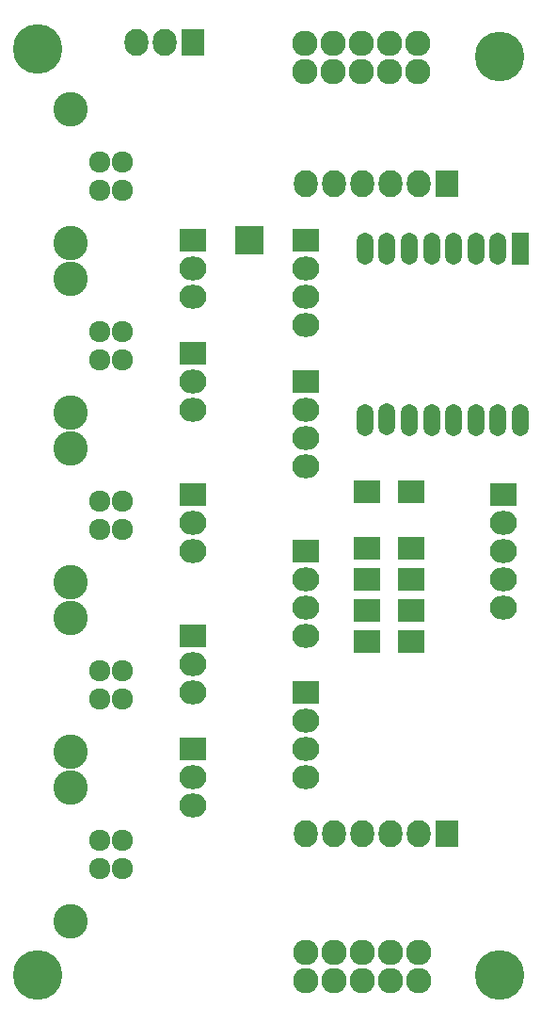
<source format=gts>
%TF.GenerationSoftware,KiCad,Pcbnew,4.0.1-stable*%
%TF.CreationDate,2016-01-20T20:58:58+01:00*%
%TF.ProjectId,main_board,6D61696E5F626F6172642E6B69636164,rev?*%
%TF.FileFunction,Soldermask,Top*%
%FSLAX46Y46*%
G04 Gerber Fmt 4.6, Leading zero omitted, Abs format (unit mm)*
G04 Created by KiCad (PCBNEW 4.0.1-stable) date Wed 20 Jan 2016 08:58:58 PM CET*
%MOMM*%
G01*
G04 APERTURE LIST*
%ADD10C,0.100000*%
%ADD11R,1.500000X2.900000*%
%ADD12O,1.500000X2.900000*%
%ADD13R,2.432000X2.127200*%
%ADD14O,2.432000X2.127200*%
%ADD15C,1.924000*%
%ADD16C,3.100020*%
%ADD17C,4.464000*%
%ADD18R,2.127200X2.432000*%
%ADD19O,2.127200X2.432000*%
%ADD20R,2.400000X2.100000*%
%ADD21C,2.279600*%
%ADD22R,2.635200X2.635200*%
G04 APERTURE END LIST*
D10*
D11*
X131064000Y-99884000D03*
D12*
X129064000Y-99884000D03*
X127064000Y-99884000D03*
X125064000Y-99884000D03*
X123064000Y-99884000D03*
X121064000Y-99884000D03*
X119064000Y-99884000D03*
X117064000Y-99884000D03*
X117064000Y-115284000D03*
X119064000Y-115184000D03*
X121064000Y-115284000D03*
X123064000Y-115284000D03*
X125064000Y-115284000D03*
X127064000Y-115284000D03*
X129064000Y-115284000D03*
X131064000Y-115284000D03*
D13*
X129540000Y-121920000D03*
D14*
X129540000Y-124460000D03*
X129540000Y-127000000D03*
X129540000Y-129540000D03*
X129540000Y-132080000D03*
D15*
X95250000Y-153035000D03*
X95250000Y-155575000D03*
X93251020Y-155575000D03*
X93251020Y-153035000D03*
D16*
X90551000Y-148305520D03*
X90551000Y-160304480D03*
D15*
X95250000Y-137795000D03*
X95250000Y-140335000D03*
X93251020Y-140335000D03*
X93251020Y-137795000D03*
D16*
X90551000Y-133065520D03*
X90551000Y-145064480D03*
D15*
X95250000Y-122555000D03*
X95250000Y-125095000D03*
X93251020Y-125095000D03*
X93251020Y-122555000D03*
D16*
X90551000Y-117825520D03*
X90551000Y-129824480D03*
D15*
X95250000Y-107315000D03*
X95250000Y-109855000D03*
X93251020Y-109855000D03*
X93251020Y-107315000D03*
D16*
X90551000Y-102585520D03*
X90551000Y-114584480D03*
D15*
X95250000Y-92075000D03*
X95250000Y-94615000D03*
X93251020Y-94615000D03*
X93251020Y-92075000D03*
D16*
X90551000Y-87345520D03*
X90551000Y-99344480D03*
D17*
X87630000Y-165100000D03*
X129222500Y-165100000D03*
X129222500Y-82550000D03*
D13*
X101600000Y-99060000D03*
D14*
X101600000Y-101600000D03*
X101600000Y-104140000D03*
D13*
X101600000Y-109220000D03*
D14*
X101600000Y-111760000D03*
X101600000Y-114300000D03*
D13*
X101600000Y-121920000D03*
D14*
X101600000Y-124460000D03*
X101600000Y-127000000D03*
D13*
X101600000Y-134620000D03*
D14*
X101600000Y-137160000D03*
X101600000Y-139700000D03*
D13*
X101600000Y-144780000D03*
D14*
X101600000Y-147320000D03*
X101600000Y-149860000D03*
D17*
X87630000Y-81915000D03*
D18*
X101600000Y-81280000D03*
D19*
X99060000Y-81280000D03*
X96520000Y-81280000D03*
D20*
X121253000Y-135191500D03*
X117253000Y-135191500D03*
X117253000Y-121666000D03*
X121253000Y-121666000D03*
X117253000Y-126746000D03*
X121253000Y-126746000D03*
X117253000Y-129540000D03*
X121253000Y-129540000D03*
X121253000Y-132334000D03*
X117253000Y-132334000D03*
D21*
X111696500Y-83947000D03*
X111696500Y-81407000D03*
X114236500Y-83947000D03*
X114236500Y-81407000D03*
X116776500Y-83947000D03*
X116776500Y-81407000D03*
X119316500Y-83947000D03*
X119316500Y-81407000D03*
X121856500Y-83947000D03*
X121856500Y-81407000D03*
D18*
X124460000Y-93980000D03*
D19*
X121920000Y-93980000D03*
X119380000Y-93980000D03*
X116840000Y-93980000D03*
X114300000Y-93980000D03*
X111760000Y-93980000D03*
D21*
X121920000Y-163131500D03*
X121920000Y-165671500D03*
X119380000Y-163131500D03*
X119380000Y-165671500D03*
X116840000Y-163131500D03*
X116840000Y-165671500D03*
X114300000Y-163131500D03*
X114300000Y-165671500D03*
X111760000Y-163131500D03*
X111760000Y-165671500D03*
D18*
X124460000Y-152400000D03*
D19*
X121920000Y-152400000D03*
X119380000Y-152400000D03*
X116840000Y-152400000D03*
X114300000Y-152400000D03*
X111760000Y-152400000D03*
D13*
X111760000Y-139700000D03*
D14*
X111760000Y-142240000D03*
X111760000Y-144780000D03*
X111760000Y-147320000D03*
D13*
X111760000Y-127000000D03*
D14*
X111760000Y-129540000D03*
X111760000Y-132080000D03*
X111760000Y-134620000D03*
D13*
X111760000Y-111760000D03*
D14*
X111760000Y-114300000D03*
X111760000Y-116840000D03*
X111760000Y-119380000D03*
D13*
X111760000Y-99060000D03*
D14*
X111760000Y-101600000D03*
X111760000Y-104140000D03*
X111760000Y-106680000D03*
D22*
X106680000Y-99060000D03*
M02*

</source>
